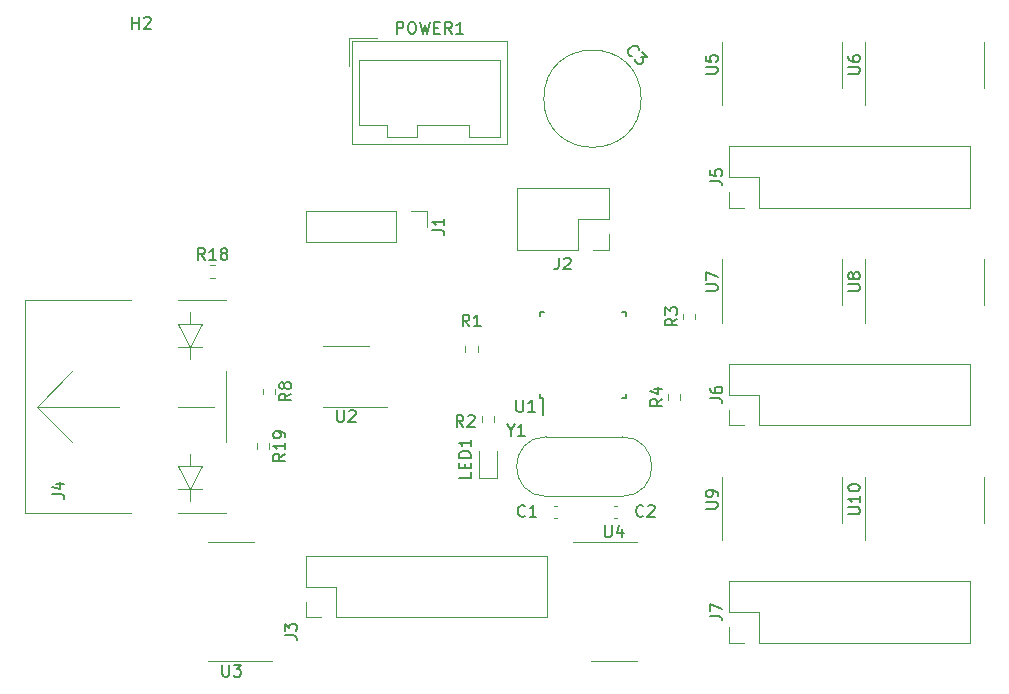
<source format=gto>
G04 #@! TF.GenerationSoftware,KiCad,Pcbnew,(5.1.9)-1*
G04 #@! TF.CreationDate,2021-06-09T23:06:16+02:00*
G04 #@! TF.ProjectId,interface,696e7465-7266-4616-9365-2e6b69636164,rev?*
G04 #@! TF.SameCoordinates,Original*
G04 #@! TF.FileFunction,Legend,Top*
G04 #@! TF.FilePolarity,Positive*
%FSLAX46Y46*%
G04 Gerber Fmt 4.6, Leading zero omitted, Abs format (unit mm)*
G04 Created by KiCad (PCBNEW (5.1.9)-1) date 2021-06-09 23:06:16*
%MOMM*%
%LPD*%
G01*
G04 APERTURE LIST*
%ADD10C,0.120000*%
%ADD11C,0.150000*%
G04 APERTURE END LIST*
D10*
X152547000Y-109474000D02*
X152547000Y-112924000D01*
X152547000Y-109474000D02*
X152547000Y-107524000D01*
X162667000Y-109474000D02*
X162667000Y-111424000D01*
X162667000Y-109474000D02*
X162667000Y-107524000D01*
X164612000Y-91059000D02*
X164612000Y-94509000D01*
X164612000Y-91059000D02*
X164612000Y-89109000D01*
X174732000Y-91059000D02*
X174732000Y-93009000D01*
X174732000Y-91059000D02*
X174732000Y-89109000D01*
X117288000Y-119440000D02*
X117288000Y-118110000D01*
X118618000Y-119440000D02*
X117288000Y-119440000D01*
X117288000Y-116840000D02*
X117288000Y-114240000D01*
X119888000Y-116840000D02*
X117288000Y-116840000D01*
X119888000Y-119440000D02*
X119888000Y-116840000D01*
X117288000Y-114240000D02*
X137728000Y-114240000D01*
X119888000Y-119440000D02*
X137728000Y-119440000D01*
X137728000Y-119440000D02*
X137728000Y-114240000D01*
X110998000Y-123170000D02*
X114448000Y-123170000D01*
X110998000Y-123170000D02*
X109048000Y-123170000D01*
X110998000Y-113050000D02*
X112948000Y-113050000D01*
X110998000Y-113050000D02*
X109048000Y-113050000D01*
X164612000Y-109474000D02*
X164612000Y-112924000D01*
X164612000Y-109474000D02*
X164612000Y-107524000D01*
X174732000Y-109474000D02*
X174732000Y-111424000D01*
X174732000Y-109474000D02*
X174732000Y-107524000D01*
X152547000Y-91059000D02*
X152547000Y-94509000D01*
X152547000Y-91059000D02*
X152547000Y-89109000D01*
X162667000Y-91059000D02*
X162667000Y-93009000D01*
X162667000Y-91059000D02*
X162667000Y-89109000D01*
X164612000Y-72644000D02*
X164612000Y-76094000D01*
X164612000Y-72644000D02*
X164612000Y-70694000D01*
X174732000Y-72644000D02*
X174732000Y-74594000D01*
X174732000Y-72644000D02*
X174732000Y-70694000D01*
X152547000Y-72644000D02*
X152547000Y-76094000D01*
X152547000Y-72644000D02*
X152547000Y-70694000D01*
X162667000Y-72644000D02*
X162667000Y-74594000D01*
X162667000Y-72644000D02*
X162667000Y-70694000D01*
X143383000Y-113050000D02*
X139933000Y-113050000D01*
X143383000Y-113050000D02*
X145333000Y-113050000D01*
X143383000Y-123170000D02*
X141433000Y-123170000D01*
X143383000Y-123170000D02*
X145333000Y-123170000D01*
X148985500Y-101012258D02*
X148985500Y-100537742D01*
X147940500Y-101012258D02*
X147940500Y-100537742D01*
X150255500Y-94217258D02*
X150255500Y-93742742D01*
X149210500Y-94217258D02*
X149210500Y-93742742D01*
X153102000Y-121599000D02*
X153102000Y-120269000D01*
X154432000Y-121599000D02*
X153102000Y-121599000D01*
X153102000Y-118999000D02*
X153102000Y-116399000D01*
X155702000Y-118999000D02*
X153102000Y-118999000D01*
X155702000Y-121599000D02*
X155702000Y-118999000D01*
X153102000Y-116399000D02*
X173542000Y-116399000D01*
X155702000Y-121599000D02*
X173542000Y-121599000D01*
X173542000Y-121599000D02*
X173542000Y-116399000D01*
X153102000Y-103184000D02*
X153102000Y-101854000D01*
X154432000Y-103184000D02*
X153102000Y-103184000D01*
X153102000Y-100584000D02*
X153102000Y-97984000D01*
X155702000Y-100584000D02*
X153102000Y-100584000D01*
X155702000Y-103184000D02*
X155702000Y-100584000D01*
X153102000Y-97984000D02*
X173542000Y-97984000D01*
X155702000Y-103184000D02*
X173542000Y-103184000D01*
X173542000Y-103184000D02*
X173542000Y-97984000D01*
X153102000Y-84769000D02*
X153102000Y-83439000D01*
X154432000Y-84769000D02*
X153102000Y-84769000D01*
X153102000Y-82169000D02*
X153102000Y-79569000D01*
X155702000Y-82169000D02*
X153102000Y-82169000D01*
X155702000Y-84769000D02*
X155702000Y-82169000D01*
X153102000Y-79569000D02*
X173542000Y-79569000D01*
X155702000Y-84769000D02*
X173542000Y-84769000D01*
X173542000Y-84769000D02*
X173542000Y-79569000D01*
X127568000Y-85030000D02*
X127568000Y-86360000D01*
X126238000Y-85030000D02*
X127568000Y-85030000D01*
X124968000Y-85030000D02*
X124968000Y-87690000D01*
X124968000Y-87690000D02*
X117288000Y-87690000D01*
X124968000Y-85030000D02*
X117288000Y-85030000D01*
X117288000Y-85030000D02*
X117288000Y-87690000D01*
X120715000Y-96500000D02*
X118765000Y-96500000D01*
X120715000Y-96500000D02*
X122665000Y-96500000D01*
X120715000Y-101620000D02*
X118765000Y-101620000D01*
X120715000Y-101620000D02*
X124165000Y-101620000D01*
X114187500Y-104727742D02*
X114187500Y-105202258D01*
X113142500Y-104727742D02*
X113142500Y-105202258D01*
X109172742Y-89647500D02*
X109647258Y-89647500D01*
X109172742Y-90692500D02*
X109647258Y-90692500D01*
X110505000Y-92600000D02*
X106505000Y-92600000D01*
X102505000Y-92600000D02*
X93505000Y-92600000D01*
X93505000Y-92600000D02*
X93505000Y-110600000D01*
X93505000Y-110600000D02*
X102505000Y-110600000D01*
X106505000Y-110600000D02*
X110505000Y-110600000D01*
X110505000Y-98600000D02*
X110505000Y-104600000D01*
X108505000Y-106600000D02*
X106505000Y-106600000D01*
X106505000Y-106600000D02*
X107505000Y-108600000D01*
X107505000Y-108600000D02*
X108505000Y-106600000D01*
X107505000Y-106600000D02*
X107505000Y-105600000D01*
X108505000Y-108600000D02*
X106505000Y-108600000D01*
X107505000Y-108600000D02*
X107505000Y-109600000D01*
X107505000Y-93600000D02*
X107505000Y-94600000D01*
X107505000Y-94600000D02*
X106505000Y-94600000D01*
X106505000Y-94600000D02*
X107505000Y-96600000D01*
X107505000Y-96600000D02*
X108505000Y-94600000D01*
X108505000Y-94600000D02*
X107505000Y-94600000D01*
X108505000Y-96600000D02*
X106505000Y-96600000D01*
X107505000Y-97600000D02*
X107505000Y-96600000D01*
X109505000Y-101600000D02*
X106505000Y-101600000D01*
X101505000Y-101600000D02*
X94505000Y-101600000D01*
X94505000Y-101600000D02*
X97505000Y-104600000D01*
X94505000Y-101600000D02*
X97505000Y-98600000D01*
X142935000Y-83125000D02*
X142935000Y-85725000D01*
X142935000Y-83125000D02*
X135195000Y-83125000D01*
X135195000Y-83125000D02*
X135195000Y-88325000D01*
X140335000Y-88325000D02*
X135195000Y-88325000D01*
X140335000Y-85725000D02*
X140335000Y-88325000D01*
X142935000Y-85725000D02*
X140335000Y-85725000D01*
X142935000Y-88325000D02*
X141605000Y-88325000D01*
X142935000Y-86995000D02*
X142935000Y-88325000D01*
X145692437Y-75532437D02*
G75*
G03*
X145692437Y-75532437I-4120000J0D01*
G01*
D11*
X137150000Y-100850000D02*
X137375000Y-100850000D01*
X137150000Y-93600000D02*
X137475000Y-93600000D01*
X144400000Y-93600000D02*
X144075000Y-93600000D01*
X144400000Y-100850000D02*
X144075000Y-100850000D01*
X137150000Y-100850000D02*
X137150000Y-100525000D01*
X144400000Y-100850000D02*
X144400000Y-100525000D01*
X144400000Y-93600000D02*
X144400000Y-93925000D01*
X137150000Y-93600000D02*
X137150000Y-93925000D01*
X137375000Y-100850000D02*
X137375000Y-102275000D01*
D10*
X121225000Y-70670000D02*
X121225000Y-79390000D01*
X121225000Y-79390000D02*
X134345000Y-79390000D01*
X134345000Y-79390000D02*
X134345000Y-70670000D01*
X134345000Y-70670000D02*
X121225000Y-70670000D01*
X121835000Y-72280000D02*
X121835000Y-77780000D01*
X121835000Y-77780000D02*
X124135000Y-77780000D01*
X124135000Y-77780000D02*
X124135000Y-78780000D01*
X124135000Y-78780000D02*
X126735000Y-78780000D01*
X126735000Y-78780000D02*
X126735000Y-77780000D01*
X126735000Y-77780000D02*
X131135000Y-77780000D01*
X131135000Y-77780000D02*
X131135000Y-78780000D01*
X131135000Y-78780000D02*
X133735000Y-78780000D01*
X133735000Y-78780000D02*
X133735000Y-72280000D01*
X133735000Y-72280000D02*
X121835000Y-72280000D01*
X120925000Y-72780000D02*
X120925000Y-70370000D01*
X120925000Y-70370000D02*
X123335000Y-70370000D01*
X137670000Y-104155000D02*
X144070000Y-104155000D01*
X137670000Y-109205000D02*
X144070000Y-109205000D01*
X144070000Y-109205000D02*
G75*
G03*
X144070000Y-104155000I0J2525000D01*
G01*
X137670000Y-109205000D02*
G75*
G02*
X137670000Y-104155000I0J2525000D01*
G01*
X132192500Y-102917258D02*
X132192500Y-102442742D01*
X133237500Y-102917258D02*
X133237500Y-102442742D01*
X131980000Y-105397500D02*
X131980000Y-107682500D01*
X131980000Y-107682500D02*
X133450000Y-107682500D01*
X133450000Y-107682500D02*
X133450000Y-105397500D01*
X131840500Y-96472742D02*
X131840500Y-96947258D01*
X130795500Y-96472742D02*
X130795500Y-96947258D01*
X114695500Y-100092742D02*
X114695500Y-100567258D01*
X113650500Y-100092742D02*
X113650500Y-100567258D01*
X143369420Y-109980000D02*
X143650580Y-109980000D01*
X143369420Y-111000000D02*
X143650580Y-111000000D01*
X138289420Y-109980000D02*
X138570580Y-109980000D01*
X138289420Y-111000000D02*
X138570580Y-111000000D01*
D11*
X102616095Y-69612380D02*
X102616095Y-68612380D01*
X102616095Y-69088571D02*
X103187523Y-69088571D01*
X103187523Y-69612380D02*
X103187523Y-68612380D01*
X103616095Y-68707619D02*
X103663714Y-68660000D01*
X103758952Y-68612380D01*
X103997047Y-68612380D01*
X104092285Y-68660000D01*
X104139904Y-68707619D01*
X104187523Y-68802857D01*
X104187523Y-68898095D01*
X104139904Y-69040952D01*
X103568476Y-69612380D01*
X104187523Y-69612380D01*
X151159380Y-110235904D02*
X151968904Y-110235904D01*
X152064142Y-110188285D01*
X152111761Y-110140666D01*
X152159380Y-110045428D01*
X152159380Y-109854952D01*
X152111761Y-109759714D01*
X152064142Y-109712095D01*
X151968904Y-109664476D01*
X151159380Y-109664476D01*
X152159380Y-109140666D02*
X152159380Y-108950190D01*
X152111761Y-108854952D01*
X152064142Y-108807333D01*
X151921285Y-108712095D01*
X151730809Y-108664476D01*
X151349857Y-108664476D01*
X151254619Y-108712095D01*
X151207000Y-108759714D01*
X151159380Y-108854952D01*
X151159380Y-109045428D01*
X151207000Y-109140666D01*
X151254619Y-109188285D01*
X151349857Y-109235904D01*
X151587952Y-109235904D01*
X151683190Y-109188285D01*
X151730809Y-109140666D01*
X151778428Y-109045428D01*
X151778428Y-108854952D01*
X151730809Y-108759714D01*
X151683190Y-108712095D01*
X151587952Y-108664476D01*
X163224380Y-91820904D02*
X164033904Y-91820904D01*
X164129142Y-91773285D01*
X164176761Y-91725666D01*
X164224380Y-91630428D01*
X164224380Y-91439952D01*
X164176761Y-91344714D01*
X164129142Y-91297095D01*
X164033904Y-91249476D01*
X163224380Y-91249476D01*
X163652952Y-90630428D02*
X163605333Y-90725666D01*
X163557714Y-90773285D01*
X163462476Y-90820904D01*
X163414857Y-90820904D01*
X163319619Y-90773285D01*
X163272000Y-90725666D01*
X163224380Y-90630428D01*
X163224380Y-90439952D01*
X163272000Y-90344714D01*
X163319619Y-90297095D01*
X163414857Y-90249476D01*
X163462476Y-90249476D01*
X163557714Y-90297095D01*
X163605333Y-90344714D01*
X163652952Y-90439952D01*
X163652952Y-90630428D01*
X163700571Y-90725666D01*
X163748190Y-90773285D01*
X163843428Y-90820904D01*
X164033904Y-90820904D01*
X164129142Y-90773285D01*
X164176761Y-90725666D01*
X164224380Y-90630428D01*
X164224380Y-90439952D01*
X164176761Y-90344714D01*
X164129142Y-90297095D01*
X164033904Y-90249476D01*
X163843428Y-90249476D01*
X163748190Y-90297095D01*
X163700571Y-90344714D01*
X163652952Y-90439952D01*
X115530380Y-120983333D02*
X116244666Y-120983333D01*
X116387523Y-121030952D01*
X116482761Y-121126190D01*
X116530380Y-121269047D01*
X116530380Y-121364285D01*
X115530380Y-120602380D02*
X115530380Y-119983333D01*
X115911333Y-120316666D01*
X115911333Y-120173809D01*
X115958952Y-120078571D01*
X116006571Y-120030952D01*
X116101809Y-119983333D01*
X116339904Y-119983333D01*
X116435142Y-120030952D01*
X116482761Y-120078571D01*
X116530380Y-120173809D01*
X116530380Y-120459523D01*
X116482761Y-120554761D01*
X116435142Y-120602380D01*
X110236095Y-123462380D02*
X110236095Y-124271904D01*
X110283714Y-124367142D01*
X110331333Y-124414761D01*
X110426571Y-124462380D01*
X110617047Y-124462380D01*
X110712285Y-124414761D01*
X110759904Y-124367142D01*
X110807523Y-124271904D01*
X110807523Y-123462380D01*
X111188476Y-123462380D02*
X111807523Y-123462380D01*
X111474190Y-123843333D01*
X111617047Y-123843333D01*
X111712285Y-123890952D01*
X111759904Y-123938571D01*
X111807523Y-124033809D01*
X111807523Y-124271904D01*
X111759904Y-124367142D01*
X111712285Y-124414761D01*
X111617047Y-124462380D01*
X111331333Y-124462380D01*
X111236095Y-124414761D01*
X111188476Y-124367142D01*
X163224380Y-110712095D02*
X164033904Y-110712095D01*
X164129142Y-110664476D01*
X164176761Y-110616857D01*
X164224380Y-110521619D01*
X164224380Y-110331142D01*
X164176761Y-110235904D01*
X164129142Y-110188285D01*
X164033904Y-110140666D01*
X163224380Y-110140666D01*
X164224380Y-109140666D02*
X164224380Y-109712095D01*
X164224380Y-109426380D02*
X163224380Y-109426380D01*
X163367238Y-109521619D01*
X163462476Y-109616857D01*
X163510095Y-109712095D01*
X163224380Y-108521619D02*
X163224380Y-108426380D01*
X163272000Y-108331142D01*
X163319619Y-108283523D01*
X163414857Y-108235904D01*
X163605333Y-108188285D01*
X163843428Y-108188285D01*
X164033904Y-108235904D01*
X164129142Y-108283523D01*
X164176761Y-108331142D01*
X164224380Y-108426380D01*
X164224380Y-108521619D01*
X164176761Y-108616857D01*
X164129142Y-108664476D01*
X164033904Y-108712095D01*
X163843428Y-108759714D01*
X163605333Y-108759714D01*
X163414857Y-108712095D01*
X163319619Y-108664476D01*
X163272000Y-108616857D01*
X163224380Y-108521619D01*
X151159380Y-91820904D02*
X151968904Y-91820904D01*
X152064142Y-91773285D01*
X152111761Y-91725666D01*
X152159380Y-91630428D01*
X152159380Y-91439952D01*
X152111761Y-91344714D01*
X152064142Y-91297095D01*
X151968904Y-91249476D01*
X151159380Y-91249476D01*
X151159380Y-90868523D02*
X151159380Y-90201857D01*
X152159380Y-90630428D01*
X163224380Y-73405904D02*
X164033904Y-73405904D01*
X164129142Y-73358285D01*
X164176761Y-73310666D01*
X164224380Y-73215428D01*
X164224380Y-73024952D01*
X164176761Y-72929714D01*
X164129142Y-72882095D01*
X164033904Y-72834476D01*
X163224380Y-72834476D01*
X163224380Y-71929714D02*
X163224380Y-72120190D01*
X163272000Y-72215428D01*
X163319619Y-72263047D01*
X163462476Y-72358285D01*
X163652952Y-72405904D01*
X164033904Y-72405904D01*
X164129142Y-72358285D01*
X164176761Y-72310666D01*
X164224380Y-72215428D01*
X164224380Y-72024952D01*
X164176761Y-71929714D01*
X164129142Y-71882095D01*
X164033904Y-71834476D01*
X163795809Y-71834476D01*
X163700571Y-71882095D01*
X163652952Y-71929714D01*
X163605333Y-72024952D01*
X163605333Y-72215428D01*
X163652952Y-72310666D01*
X163700571Y-72358285D01*
X163795809Y-72405904D01*
X151159380Y-73405904D02*
X151968904Y-73405904D01*
X152064142Y-73358285D01*
X152111761Y-73310666D01*
X152159380Y-73215428D01*
X152159380Y-73024952D01*
X152111761Y-72929714D01*
X152064142Y-72882095D01*
X151968904Y-72834476D01*
X151159380Y-72834476D01*
X151159380Y-71882095D02*
X151159380Y-72358285D01*
X151635571Y-72405904D01*
X151587952Y-72358285D01*
X151540333Y-72263047D01*
X151540333Y-72024952D01*
X151587952Y-71929714D01*
X151635571Y-71882095D01*
X151730809Y-71834476D01*
X151968904Y-71834476D01*
X152064142Y-71882095D01*
X152111761Y-71929714D01*
X152159380Y-72024952D01*
X152159380Y-72263047D01*
X152111761Y-72358285D01*
X152064142Y-72405904D01*
X142621095Y-111662380D02*
X142621095Y-112471904D01*
X142668714Y-112567142D01*
X142716333Y-112614761D01*
X142811571Y-112662380D01*
X143002047Y-112662380D01*
X143097285Y-112614761D01*
X143144904Y-112567142D01*
X143192523Y-112471904D01*
X143192523Y-111662380D01*
X144097285Y-111995714D02*
X144097285Y-112662380D01*
X143859190Y-111614761D02*
X143621095Y-112329047D01*
X144240142Y-112329047D01*
X147485380Y-100941666D02*
X147009190Y-101275000D01*
X147485380Y-101513095D02*
X146485380Y-101513095D01*
X146485380Y-101132142D01*
X146533000Y-101036904D01*
X146580619Y-100989285D01*
X146675857Y-100941666D01*
X146818714Y-100941666D01*
X146913952Y-100989285D01*
X146961571Y-101036904D01*
X147009190Y-101132142D01*
X147009190Y-101513095D01*
X146818714Y-100084523D02*
X147485380Y-100084523D01*
X146437761Y-100322619D02*
X147152047Y-100560714D01*
X147152047Y-99941666D01*
X148755380Y-94146666D02*
X148279190Y-94480000D01*
X148755380Y-94718095D02*
X147755380Y-94718095D01*
X147755380Y-94337142D01*
X147803000Y-94241904D01*
X147850619Y-94194285D01*
X147945857Y-94146666D01*
X148088714Y-94146666D01*
X148183952Y-94194285D01*
X148231571Y-94241904D01*
X148279190Y-94337142D01*
X148279190Y-94718095D01*
X147755380Y-93813333D02*
X147755380Y-93194285D01*
X148136333Y-93527619D01*
X148136333Y-93384761D01*
X148183952Y-93289523D01*
X148231571Y-93241904D01*
X148326809Y-93194285D01*
X148564904Y-93194285D01*
X148660142Y-93241904D01*
X148707761Y-93289523D01*
X148755380Y-93384761D01*
X148755380Y-93670476D01*
X148707761Y-93765714D01*
X148660142Y-93813333D01*
X151554380Y-119332333D02*
X152268666Y-119332333D01*
X152411523Y-119379952D01*
X152506761Y-119475190D01*
X152554380Y-119618047D01*
X152554380Y-119713285D01*
X151554380Y-118951380D02*
X151554380Y-118284714D01*
X152554380Y-118713285D01*
X151554380Y-100917333D02*
X152268666Y-100917333D01*
X152411523Y-100964952D01*
X152506761Y-101060190D01*
X152554380Y-101203047D01*
X152554380Y-101298285D01*
X151554380Y-100012571D02*
X151554380Y-100203047D01*
X151602000Y-100298285D01*
X151649619Y-100345904D01*
X151792476Y-100441142D01*
X151982952Y-100488761D01*
X152363904Y-100488761D01*
X152459142Y-100441142D01*
X152506761Y-100393523D01*
X152554380Y-100298285D01*
X152554380Y-100107809D01*
X152506761Y-100012571D01*
X152459142Y-99964952D01*
X152363904Y-99917333D01*
X152125809Y-99917333D01*
X152030571Y-99964952D01*
X151982952Y-100012571D01*
X151935333Y-100107809D01*
X151935333Y-100298285D01*
X151982952Y-100393523D01*
X152030571Y-100441142D01*
X152125809Y-100488761D01*
X151554380Y-82502333D02*
X152268666Y-82502333D01*
X152411523Y-82549952D01*
X152506761Y-82645190D01*
X152554380Y-82788047D01*
X152554380Y-82883285D01*
X151554380Y-81549952D02*
X151554380Y-82026142D01*
X152030571Y-82073761D01*
X151982952Y-82026142D01*
X151935333Y-81930904D01*
X151935333Y-81692809D01*
X151982952Y-81597571D01*
X152030571Y-81549952D01*
X152125809Y-81502333D01*
X152363904Y-81502333D01*
X152459142Y-81549952D01*
X152506761Y-81597571D01*
X152554380Y-81692809D01*
X152554380Y-81930904D01*
X152506761Y-82026142D01*
X152459142Y-82073761D01*
X128020380Y-86693333D02*
X128734666Y-86693333D01*
X128877523Y-86740952D01*
X128972761Y-86836190D01*
X129020380Y-86979047D01*
X129020380Y-87074285D01*
X129020380Y-85693333D02*
X129020380Y-86264761D01*
X129020380Y-85979047D02*
X128020380Y-85979047D01*
X128163238Y-86074285D01*
X128258476Y-86169523D01*
X128306095Y-86264761D01*
X119953095Y-101912380D02*
X119953095Y-102721904D01*
X120000714Y-102817142D01*
X120048333Y-102864761D01*
X120143571Y-102912380D01*
X120334047Y-102912380D01*
X120429285Y-102864761D01*
X120476904Y-102817142D01*
X120524523Y-102721904D01*
X120524523Y-101912380D01*
X120953095Y-102007619D02*
X121000714Y-101960000D01*
X121095952Y-101912380D01*
X121334047Y-101912380D01*
X121429285Y-101960000D01*
X121476904Y-102007619D01*
X121524523Y-102102857D01*
X121524523Y-102198095D01*
X121476904Y-102340952D01*
X120905476Y-102912380D01*
X121524523Y-102912380D01*
X115547380Y-105607857D02*
X115071190Y-105941190D01*
X115547380Y-106179285D02*
X114547380Y-106179285D01*
X114547380Y-105798333D01*
X114595000Y-105703095D01*
X114642619Y-105655476D01*
X114737857Y-105607857D01*
X114880714Y-105607857D01*
X114975952Y-105655476D01*
X115023571Y-105703095D01*
X115071190Y-105798333D01*
X115071190Y-106179285D01*
X115547380Y-104655476D02*
X115547380Y-105226904D01*
X115547380Y-104941190D02*
X114547380Y-104941190D01*
X114690238Y-105036428D01*
X114785476Y-105131666D01*
X114833095Y-105226904D01*
X115547380Y-104179285D02*
X115547380Y-103988809D01*
X115499761Y-103893571D01*
X115452142Y-103845952D01*
X115309285Y-103750714D01*
X115118809Y-103703095D01*
X114737857Y-103703095D01*
X114642619Y-103750714D01*
X114595000Y-103798333D01*
X114547380Y-103893571D01*
X114547380Y-104084047D01*
X114595000Y-104179285D01*
X114642619Y-104226904D01*
X114737857Y-104274523D01*
X114975952Y-104274523D01*
X115071190Y-104226904D01*
X115118809Y-104179285D01*
X115166428Y-104084047D01*
X115166428Y-103893571D01*
X115118809Y-103798333D01*
X115071190Y-103750714D01*
X114975952Y-103703095D01*
X108767142Y-89192380D02*
X108433809Y-88716190D01*
X108195714Y-89192380D02*
X108195714Y-88192380D01*
X108576666Y-88192380D01*
X108671904Y-88240000D01*
X108719523Y-88287619D01*
X108767142Y-88382857D01*
X108767142Y-88525714D01*
X108719523Y-88620952D01*
X108671904Y-88668571D01*
X108576666Y-88716190D01*
X108195714Y-88716190D01*
X109719523Y-89192380D02*
X109148095Y-89192380D01*
X109433809Y-89192380D02*
X109433809Y-88192380D01*
X109338571Y-88335238D01*
X109243333Y-88430476D01*
X109148095Y-88478095D01*
X110290952Y-88620952D02*
X110195714Y-88573333D01*
X110148095Y-88525714D01*
X110100476Y-88430476D01*
X110100476Y-88382857D01*
X110148095Y-88287619D01*
X110195714Y-88240000D01*
X110290952Y-88192380D01*
X110481428Y-88192380D01*
X110576666Y-88240000D01*
X110624285Y-88287619D01*
X110671904Y-88382857D01*
X110671904Y-88430476D01*
X110624285Y-88525714D01*
X110576666Y-88573333D01*
X110481428Y-88620952D01*
X110290952Y-88620952D01*
X110195714Y-88668571D01*
X110148095Y-88716190D01*
X110100476Y-88811428D01*
X110100476Y-89001904D01*
X110148095Y-89097142D01*
X110195714Y-89144761D01*
X110290952Y-89192380D01*
X110481428Y-89192380D01*
X110576666Y-89144761D01*
X110624285Y-89097142D01*
X110671904Y-89001904D01*
X110671904Y-88811428D01*
X110624285Y-88716190D01*
X110576666Y-88668571D01*
X110481428Y-88620952D01*
X95845380Y-109045333D02*
X96559666Y-109045333D01*
X96702523Y-109092952D01*
X96797761Y-109188190D01*
X96845380Y-109331047D01*
X96845380Y-109426285D01*
X96178714Y-108140571D02*
X96845380Y-108140571D01*
X95797761Y-108378666D02*
X96512047Y-108616761D01*
X96512047Y-107997714D01*
X138731666Y-88987380D02*
X138731666Y-89701666D01*
X138684047Y-89844523D01*
X138588809Y-89939761D01*
X138445952Y-89987380D01*
X138350714Y-89987380D01*
X139160238Y-89082619D02*
X139207857Y-89035000D01*
X139303095Y-88987380D01*
X139541190Y-88987380D01*
X139636428Y-89035000D01*
X139684047Y-89082619D01*
X139731666Y-89177857D01*
X139731666Y-89273095D01*
X139684047Y-89415952D01*
X139112619Y-89987380D01*
X139731666Y-89987380D01*
X144914357Y-71954813D02*
X144847014Y-71954813D01*
X144712327Y-71887469D01*
X144644983Y-71820126D01*
X144577640Y-71685438D01*
X144577640Y-71550751D01*
X144611311Y-71449736D01*
X144712327Y-71281377D01*
X144813342Y-71180362D01*
X144981701Y-71079347D01*
X145082716Y-71045675D01*
X145217403Y-71045675D01*
X145352090Y-71113019D01*
X145419434Y-71180362D01*
X145486777Y-71315049D01*
X145486777Y-71382393D01*
X145789823Y-71550751D02*
X146227556Y-71988484D01*
X145722479Y-72022156D01*
X145823495Y-72123171D01*
X145857166Y-72224187D01*
X145857166Y-72291530D01*
X145823495Y-72392545D01*
X145655136Y-72560904D01*
X145554121Y-72594576D01*
X145486777Y-72594576D01*
X145385762Y-72560904D01*
X145183731Y-72358874D01*
X145150059Y-72257858D01*
X145150059Y-72190515D01*
X135128095Y-101052380D02*
X135128095Y-101861904D01*
X135175714Y-101957142D01*
X135223333Y-102004761D01*
X135318571Y-102052380D01*
X135509047Y-102052380D01*
X135604285Y-102004761D01*
X135651904Y-101957142D01*
X135699523Y-101861904D01*
X135699523Y-101052380D01*
X136699523Y-102052380D02*
X136128095Y-102052380D01*
X136413809Y-102052380D02*
X136413809Y-101052380D01*
X136318571Y-101195238D01*
X136223333Y-101290476D01*
X136128095Y-101338095D01*
X124999285Y-70032380D02*
X124999285Y-69032380D01*
X125380238Y-69032380D01*
X125475476Y-69080000D01*
X125523095Y-69127619D01*
X125570714Y-69222857D01*
X125570714Y-69365714D01*
X125523095Y-69460952D01*
X125475476Y-69508571D01*
X125380238Y-69556190D01*
X124999285Y-69556190D01*
X126189761Y-69032380D02*
X126380238Y-69032380D01*
X126475476Y-69080000D01*
X126570714Y-69175238D01*
X126618333Y-69365714D01*
X126618333Y-69699047D01*
X126570714Y-69889523D01*
X126475476Y-69984761D01*
X126380238Y-70032380D01*
X126189761Y-70032380D01*
X126094523Y-69984761D01*
X125999285Y-69889523D01*
X125951666Y-69699047D01*
X125951666Y-69365714D01*
X125999285Y-69175238D01*
X126094523Y-69080000D01*
X126189761Y-69032380D01*
X126951666Y-69032380D02*
X127189761Y-70032380D01*
X127380238Y-69318095D01*
X127570714Y-70032380D01*
X127808809Y-69032380D01*
X128189761Y-69508571D02*
X128523095Y-69508571D01*
X128665952Y-70032380D02*
X128189761Y-70032380D01*
X128189761Y-69032380D01*
X128665952Y-69032380D01*
X129665952Y-70032380D02*
X129332619Y-69556190D01*
X129094523Y-70032380D02*
X129094523Y-69032380D01*
X129475476Y-69032380D01*
X129570714Y-69080000D01*
X129618333Y-69127619D01*
X129665952Y-69222857D01*
X129665952Y-69365714D01*
X129618333Y-69460952D01*
X129570714Y-69508571D01*
X129475476Y-69556190D01*
X129094523Y-69556190D01*
X130618333Y-70032380D02*
X130046904Y-70032380D01*
X130332619Y-70032380D02*
X130332619Y-69032380D01*
X130237380Y-69175238D01*
X130142142Y-69270476D01*
X130046904Y-69318095D01*
X134651809Y-103608190D02*
X134651809Y-104084380D01*
X134318476Y-103084380D02*
X134651809Y-103608190D01*
X134985142Y-103084380D01*
X135842285Y-104084380D02*
X135270857Y-104084380D01*
X135556571Y-104084380D02*
X135556571Y-103084380D01*
X135461333Y-103227238D01*
X135366095Y-103322476D01*
X135270857Y-103370095D01*
X130643333Y-103322380D02*
X130310000Y-102846190D01*
X130071904Y-103322380D02*
X130071904Y-102322380D01*
X130452857Y-102322380D01*
X130548095Y-102370000D01*
X130595714Y-102417619D01*
X130643333Y-102512857D01*
X130643333Y-102655714D01*
X130595714Y-102750952D01*
X130548095Y-102798571D01*
X130452857Y-102846190D01*
X130071904Y-102846190D01*
X131024285Y-102417619D02*
X131071904Y-102370000D01*
X131167142Y-102322380D01*
X131405238Y-102322380D01*
X131500476Y-102370000D01*
X131548095Y-102417619D01*
X131595714Y-102512857D01*
X131595714Y-102608095D01*
X131548095Y-102750952D01*
X130976666Y-103322380D01*
X131595714Y-103322380D01*
X131262380Y-107164047D02*
X131262380Y-107640238D01*
X130262380Y-107640238D01*
X130738571Y-106830714D02*
X130738571Y-106497380D01*
X131262380Y-106354523D02*
X131262380Y-106830714D01*
X130262380Y-106830714D01*
X130262380Y-106354523D01*
X131262380Y-105925952D02*
X130262380Y-105925952D01*
X130262380Y-105687857D01*
X130310000Y-105545000D01*
X130405238Y-105449761D01*
X130500476Y-105402142D01*
X130690952Y-105354523D01*
X130833809Y-105354523D01*
X131024285Y-105402142D01*
X131119523Y-105449761D01*
X131214761Y-105545000D01*
X131262380Y-105687857D01*
X131262380Y-105925952D01*
X131262380Y-104402142D02*
X131262380Y-104973571D01*
X131262380Y-104687857D02*
X130262380Y-104687857D01*
X130405238Y-104783095D01*
X130500476Y-104878333D01*
X130548095Y-104973571D01*
X131151333Y-94812380D02*
X130818000Y-94336190D01*
X130579904Y-94812380D02*
X130579904Y-93812380D01*
X130960857Y-93812380D01*
X131056095Y-93860000D01*
X131103714Y-93907619D01*
X131151333Y-94002857D01*
X131151333Y-94145714D01*
X131103714Y-94240952D01*
X131056095Y-94288571D01*
X130960857Y-94336190D01*
X130579904Y-94336190D01*
X132103714Y-94812380D02*
X131532285Y-94812380D01*
X131818000Y-94812380D02*
X131818000Y-93812380D01*
X131722761Y-93955238D01*
X131627523Y-94050476D01*
X131532285Y-94098095D01*
X116055380Y-100496666D02*
X115579190Y-100830000D01*
X116055380Y-101068095D02*
X115055380Y-101068095D01*
X115055380Y-100687142D01*
X115103000Y-100591904D01*
X115150619Y-100544285D01*
X115245857Y-100496666D01*
X115388714Y-100496666D01*
X115483952Y-100544285D01*
X115531571Y-100591904D01*
X115579190Y-100687142D01*
X115579190Y-101068095D01*
X115483952Y-99925238D02*
X115436333Y-100020476D01*
X115388714Y-100068095D01*
X115293476Y-100115714D01*
X115245857Y-100115714D01*
X115150619Y-100068095D01*
X115103000Y-100020476D01*
X115055380Y-99925238D01*
X115055380Y-99734761D01*
X115103000Y-99639523D01*
X115150619Y-99591904D01*
X115245857Y-99544285D01*
X115293476Y-99544285D01*
X115388714Y-99591904D01*
X115436333Y-99639523D01*
X115483952Y-99734761D01*
X115483952Y-99925238D01*
X115531571Y-100020476D01*
X115579190Y-100068095D01*
X115674428Y-100115714D01*
X115864904Y-100115714D01*
X115960142Y-100068095D01*
X116007761Y-100020476D01*
X116055380Y-99925238D01*
X116055380Y-99734761D01*
X116007761Y-99639523D01*
X115960142Y-99591904D01*
X115864904Y-99544285D01*
X115674428Y-99544285D01*
X115579190Y-99591904D01*
X115531571Y-99639523D01*
X115483952Y-99734761D01*
X145883333Y-110847142D02*
X145835714Y-110894761D01*
X145692857Y-110942380D01*
X145597619Y-110942380D01*
X145454761Y-110894761D01*
X145359523Y-110799523D01*
X145311904Y-110704285D01*
X145264285Y-110513809D01*
X145264285Y-110370952D01*
X145311904Y-110180476D01*
X145359523Y-110085238D01*
X145454761Y-109990000D01*
X145597619Y-109942380D01*
X145692857Y-109942380D01*
X145835714Y-109990000D01*
X145883333Y-110037619D01*
X146264285Y-110037619D02*
X146311904Y-109990000D01*
X146407142Y-109942380D01*
X146645238Y-109942380D01*
X146740476Y-109990000D01*
X146788095Y-110037619D01*
X146835714Y-110132857D01*
X146835714Y-110228095D01*
X146788095Y-110370952D01*
X146216666Y-110942380D01*
X146835714Y-110942380D01*
X135863333Y-110847142D02*
X135815714Y-110894761D01*
X135672857Y-110942380D01*
X135577619Y-110942380D01*
X135434761Y-110894761D01*
X135339523Y-110799523D01*
X135291904Y-110704285D01*
X135244285Y-110513809D01*
X135244285Y-110370952D01*
X135291904Y-110180476D01*
X135339523Y-110085238D01*
X135434761Y-109990000D01*
X135577619Y-109942380D01*
X135672857Y-109942380D01*
X135815714Y-109990000D01*
X135863333Y-110037619D01*
X136815714Y-110942380D02*
X136244285Y-110942380D01*
X136530000Y-110942380D02*
X136530000Y-109942380D01*
X136434761Y-110085238D01*
X136339523Y-110180476D01*
X136244285Y-110228095D01*
M02*

</source>
